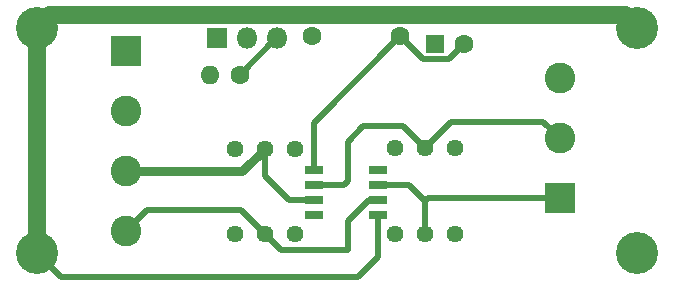
<source format=gbr>
%TF.GenerationSoftware,KiCad,Pcbnew,(6.0.0)*%
%TF.CreationDate,2022-02-19T20:02:02-08:00*%
%TF.ProjectId,P82B715-I2C-Bus-Extender-Carrier,50383242-3731-4352-9d49-32432d427573,rev?*%
%TF.SameCoordinates,Original*%
%TF.FileFunction,Copper,L2,Bot*%
%TF.FilePolarity,Positive*%
%FSLAX46Y46*%
G04 Gerber Fmt 4.6, Leading zero omitted, Abs format (unit mm)*
G04 Created by KiCad (PCBNEW (6.0.0)) date 2022-02-19 20:02:02*
%MOMM*%
%LPD*%
G01*
G04 APERTURE LIST*
%TA.AperFunction,ComponentPad*%
%ADD10C,1.600000*%
%TD*%
%TA.AperFunction,ComponentPad*%
%ADD11O,1.600000X1.600000*%
%TD*%
%TA.AperFunction,ComponentPad*%
%ADD12R,2.600000X2.600000*%
%TD*%
%TA.AperFunction,ComponentPad*%
%ADD13C,2.600000*%
%TD*%
%TA.AperFunction,ComponentPad*%
%ADD14R,1.600000X1.600000*%
%TD*%
%TA.AperFunction,ComponentPad*%
%ADD15R,1.800000X1.800000*%
%TD*%
%TA.AperFunction,ComponentPad*%
%ADD16O,1.800000X1.800000*%
%TD*%
%TA.AperFunction,ComponentPad*%
%ADD17C,1.440000*%
%TD*%
%TA.AperFunction,SMDPad,CuDef*%
%ADD18R,1.550000X0.700000*%
%TD*%
%TA.AperFunction,ViaPad*%
%ADD19C,3.556000*%
%TD*%
%TA.AperFunction,Conductor*%
%ADD20C,0.508000*%
%TD*%
%TA.AperFunction,Conductor*%
%ADD21C,0.762000*%
%TD*%
%TA.AperFunction,Conductor*%
%ADD22C,1.524000*%
%TD*%
G04 APERTURE END LIST*
D10*
%TO.P,R1,1*%
%TO.N,Net-(Q1-Pad3)*%
X121959428Y-83348321D03*
D11*
%TO.P,R1,2*%
%TO.N,GND*%
X119419428Y-83348321D03*
%TD*%
D12*
%TO.P,J1,1,Pin_1*%
%TO.N,BufferedSDA*%
X149069653Y-93820410D03*
D13*
%TO.P,J1,2,Pin_2*%
%TO.N,BufferedSCL*%
X149069653Y-88740410D03*
%TO.P,J1,3,Pin_3*%
%TO.N,+5V*%
X149069653Y-83660410D03*
%TD*%
D14*
%TO.P,C2,1*%
%TO.N,+5V*%
X138443938Y-80737758D03*
D10*
%TO.P,C2,2*%
%TO.N,Net-(C1-Pad2)*%
X140943938Y-80737758D03*
%TD*%
D15*
%TO.P,Q1,1,E*%
%TO.N,Net-(J2-Pad1)*%
X120034884Y-80268431D03*
D16*
%TO.P,Q1,2,C*%
%TO.N,+5V*%
X122574884Y-80268431D03*
%TO.P,Q1,3,B*%
%TO.N,Net-(Q1-Pad3)*%
X125114884Y-80268431D03*
%TD*%
D12*
%TO.P,J2,1,Pin_1*%
%TO.N,Net-(J2-Pad1)*%
X112317771Y-81349945D03*
D13*
%TO.P,J2,2,Pin_2*%
%TO.N,GND*%
X112317771Y-86429945D03*
%TO.P,J2,3,Pin_3*%
%TO.N,SCL*%
X112317771Y-91509945D03*
%TO.P,J2,4,Pin_4*%
%TO.N,SDA*%
X112317771Y-96589945D03*
%TD*%
D17*
%TO.P,RV3,1,1*%
%TO.N,unconnected-(RV3-Pad1)*%
X140188756Y-96818596D03*
%TO.P,RV3,2,2*%
%TO.N,BufferedSDA*%
X137648756Y-96818596D03*
%TO.P,RV3,3,3*%
%TO.N,+5V*%
X135108756Y-96818596D03*
%TD*%
%TO.P,RV2,1,1*%
%TO.N,unconnected-(RV2-Pad1)*%
X126591727Y-89608435D03*
%TO.P,RV2,2,2*%
%TO.N,SCL*%
X124051727Y-89608435D03*
%TO.P,RV2,3,3*%
%TO.N,+5V*%
X121511727Y-89608435D03*
%TD*%
D10*
%TO.P,C1,1*%
%TO.N,+5V*%
X128018666Y-80081059D03*
%TO.P,C1,2*%
%TO.N,Net-(C1-Pad2)*%
X135518666Y-80081059D03*
%TD*%
D17*
%TO.P,RV1,1,1*%
%TO.N,unconnected-(RV1-Pad1)*%
X126601072Y-96850329D03*
%TO.P,RV1,2,2*%
%TO.N,SDA*%
X124061072Y-96850329D03*
%TO.P,RV1,3,3*%
%TO.N,+5V*%
X121521072Y-96850329D03*
%TD*%
%TO.P,RV4,1,1*%
%TO.N,unconnected-(RV4-Pad1)*%
X140121931Y-89539156D03*
%TO.P,RV4,2,2*%
%TO.N,BufferedSCL*%
X137581931Y-89539156D03*
%TO.P,RV4,3,3*%
%TO.N,+5V*%
X135041931Y-89539156D03*
%TD*%
D18*
%TO.P,IC1,1,N.C._1*%
%TO.N,unconnected-(IC1-Pad1)*%
X133644127Y-91388211D03*
%TO.P,IC1,2,LX*%
%TO.N,BufferedSDA*%
X133644127Y-92658211D03*
%TO.P,IC1,3,SX*%
%TO.N,SDA*%
X133644127Y-93928211D03*
%TO.P,IC1,4,GND*%
%TO.N,GND*%
X133644127Y-95198211D03*
%TO.P,IC1,5,N.C._2*%
%TO.N,unconnected-(IC1-Pad5)*%
X128194127Y-95198211D03*
%TO.P,IC1,6,SY*%
%TO.N,SCL*%
X128194127Y-93928211D03*
%TO.P,IC1,7,LY*%
%TO.N,BufferedSCL*%
X128194127Y-92658211D03*
%TO.P,IC1,8,VCC*%
%TO.N,Net-(C1-Pad2)*%
X128194127Y-91388211D03*
%TD*%
D19*
%TO.N,GND*%
X155575000Y-98425000D03*
X155575000Y-79375000D03*
X104775000Y-98425000D03*
X104775000Y-79375000D03*
%TD*%
D20*
%TO.N,GND*%
X106834586Y-100484586D02*
X104775000Y-98425000D01*
X131963128Y-100484586D02*
X106834586Y-100484586D01*
X133644127Y-98803587D02*
X131963128Y-100484586D01*
X133644127Y-95198211D02*
X133644127Y-98803587D01*
%TO.N,Net-(C1-Pad2)*%
X137428876Y-81991269D02*
X135518666Y-80081059D01*
X139690427Y-81991269D02*
X137428876Y-81991269D01*
X140943938Y-80737758D02*
X139690427Y-81991269D01*
%TO.N,BufferedSDA*%
X137890386Y-93820410D02*
X137648756Y-94062040D01*
X149069653Y-93820410D02*
X137890386Y-93820410D01*
%TO.N,BufferedSCL*%
X147648131Y-87318888D02*
X149069653Y-88740410D01*
X137581931Y-89539156D02*
X139802199Y-87318888D01*
X139802199Y-87318888D02*
X147648131Y-87318888D01*
%TO.N,SDA*%
X122031907Y-94821164D02*
X114086552Y-94821164D01*
X124061072Y-96850329D02*
X122031907Y-94821164D01*
X114086552Y-94821164D02*
X112317771Y-96589945D01*
%TO.N,BufferedSCL*%
X135754249Y-87711474D02*
X137581931Y-89539156D01*
X132392244Y-87711474D02*
X135754249Y-87711474D01*
X131085795Y-89017923D02*
X132392244Y-87711474D01*
X131085795Y-92311840D02*
X131085795Y-89017923D01*
X130739424Y-92658211D02*
X131085795Y-92311840D01*
X128194127Y-92658211D02*
X130739424Y-92658211D01*
%TO.N,BufferedSDA*%
X137648756Y-94062040D02*
X137648756Y-96818596D01*
X136244927Y-92658211D02*
X137648756Y-94062040D01*
X133644127Y-92658211D02*
X136244927Y-92658211D01*
%TO.N,SDA*%
X125403339Y-98192596D02*
X124061072Y-96850329D01*
X131106645Y-98192596D02*
X125403339Y-98192596D01*
X131106645Y-95703671D02*
X131106645Y-98192596D01*
X132882105Y-93928211D02*
X131106645Y-95703671D01*
X133644127Y-93928211D02*
X132882105Y-93928211D01*
%TO.N,Net-(C1-Pad2)*%
X128194127Y-87405598D02*
X135518666Y-80081059D01*
X128194127Y-91388211D02*
X128194127Y-87405598D01*
%TO.N,SCL*%
X124051727Y-91888193D02*
X124051727Y-89608435D01*
X126091745Y-93928211D02*
X124051727Y-91888193D01*
X128194127Y-93928211D02*
X126091745Y-93928211D01*
D21*
X122150217Y-91509945D02*
X124051727Y-89608435D01*
X112317771Y-91509945D02*
X122150217Y-91509945D01*
D20*
%TO.N,Net-(Q1-Pad3)*%
X125039318Y-80268431D02*
X121959428Y-83348321D01*
X125114884Y-80268431D02*
X125039318Y-80268431D01*
D22*
%TO.N,GND*%
X105830452Y-78319548D02*
X104775000Y-79375000D01*
X154519548Y-78319548D02*
X105830452Y-78319548D01*
X155575000Y-79375000D02*
X154519548Y-78319548D01*
X104775000Y-79375000D02*
X104775000Y-98425000D01*
X104775000Y-79375000D02*
X105262826Y-79375000D01*
%TD*%
M02*

</source>
